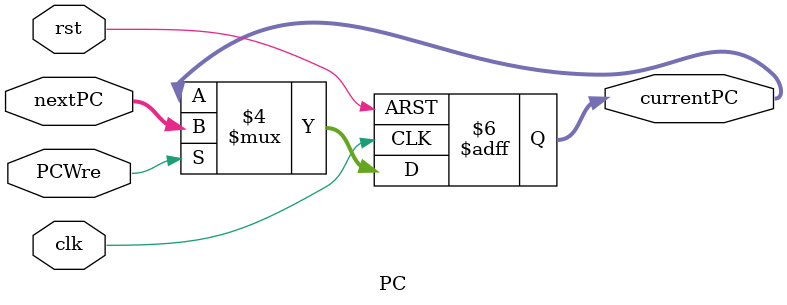
<source format=v>
`timescale 1ns / 1ps

module PC(
   input clk,                    //Ê±ÖÓ
   input rst,                    //ÖØÖÃÐÅºÅ
   input PCWre,                  //PCÊÇ·ñ¸ü¸Ä£¬Èç¹ûÎª0£¬PC²»¸ü¸Ä
   input [31:0] nextPC,          //ÐÂÖ¸Áî
   output reg[31:0] currentPC    //µ±Ç°Ö¸Áî
   );
   initial
   begin
        currentPC <= 0;  //PC³õÊ¼»¯
   end
   always@(posedge clk or posedge rst)
   begin
      if (rst)
         currentPC <= 0;  //Èç¹ûÖØÖÃ£¬¸³ÖµÎª0
      else 
      begin
         if (PCWre)
            currentPC <= nextPC;
         else
            currentPC <= currentPC;
      end
   end
endmodule
</source>
